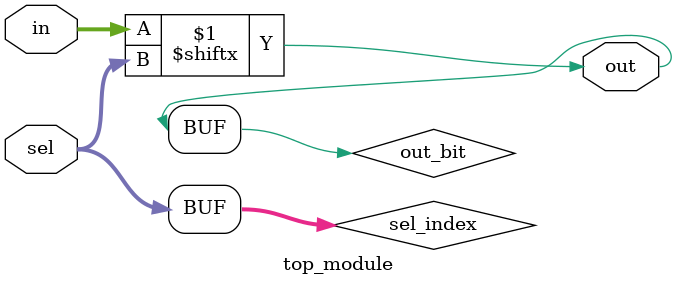
<source format=sv>
module top_module (
    input [255:0] in,
    input [7:0] sel,
    output out
);

wire [7:0] sel_index;
wire out_bit;

assign sel_index = sel;
assign out_bit = in[sel_index];

assign out = out_bit;

endmodule

</source>
